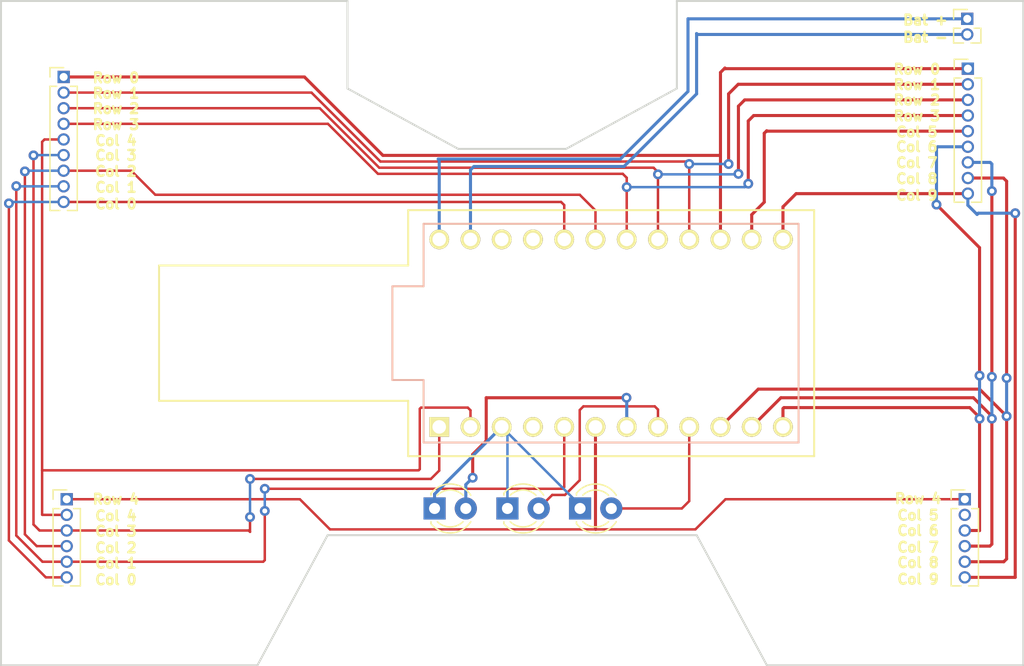
<source format=kicad_pcb>
(kicad_pcb (version 20211014) (generator pcbnew)
  (layers (0 "F.Cu" signal) (31 "B.Cu" signal) (34 "B.Paste" user) (35 "F.Paste" user) (36 "B.SilkS" user "B.Silkscreen") (37 "F.SilkS" user "F.Silkscreen") (38 "B.Mask" user) (39 "F.Mask" user) (44 "Edge.Cuts" user))
  (net 0 "")
  (footprint "Connector_PinHeader_1.27mm:PinHeader_1x09_P1.27mm_Vertical" (layer "F.Cu") (at 181.75 81.25)
    (fp_text reference "REF**" hide)
    (fp_text value "PinHeader_1x09_P1.27mm_Vertical" hide)
    (fp_line (start -1.11 0.76) (end -0.563471 0.76) (layer "F.SilkS") (width 0.12))
    (fp_line (start 1.11 0.76) (end 1.11 10.855) (layer "F.SilkS") (width 0.12))
    (fp_line (start -1.11 10.855) (end -0.30753 10.855) (layer "F.SilkS") (width 0.12))
    (fp_line (start 0.563471 0.76) (end 1.11 0.76) (layer "F.SilkS") (width 0.12))
    (fp_line (start -1.11 -0.76) (end 0 -0.76) (layer "F.SilkS") (width 0.12))
    (fp_line (start 0.30753 10.855) (end 1.11 10.855) (layer "F.SilkS") (width 0.12))
    (fp_line (start -1.11 0.76) (end -1.11 10.855) (layer "F.SilkS") (width 0.12))
    (fp_line (start -1.11 0) (end -1.11 -0.76) (layer "F.SilkS") (width 0.12))
    (pad "1" thru_hole rect (at 0 0) (size 1 1) (drill 0.65) (layers *.Cu *.Mask))
    (pad "2" thru_hole oval (at 0 1.27) (size 1 1) (drill 0.65) (layers *.Cu *.Mask))
    (pad "3" thru_hole oval (at 0 2.54) (size 1 1) (drill 0.65) (layers *.Cu *.Mask))
    (pad "4" thru_hole oval (at 0 3.81) (size 1 1) (drill 0.65) (layers *.Cu *.Mask))
    (pad "5" thru_hole oval (at 0 5.08) (size 1 1) (drill 0.65) (layers *.Cu *.Mask))
    (pad "6" thru_hole oval (at 0 6.35) (size 1 1) (drill 0.65) (layers *.Cu *.Mask))
    (pad "7" thru_hole oval (at 0 7.62) (size 1 1) (drill 0.65) (layers *.Cu *.Mask))
    (pad "8" thru_hole oval (at 0 8.89) (size 1 1) (drill 0.65) (layers *.Cu *.Mask))
    (pad "9" thru_hole oval (at 0 10.16) (size 1 1) (drill 0.65) (layers *.Cu *.Mask))
  )
  (footprint "SW_KEYBOARD:ProMicro" (layer "F.Cu") (at 152.75 102.75)
    (fp_text reference "REF**" hide)
    (fp_text value "ProMicro" hide)
    (fp_line (start 15.24 8.89) (end -15.24 8.89) (layer "B.SilkS") (width 0.15))
    (fp_line (start -15.24 8.89) (end -15.24 3.81) (layer "B.SilkS") (width 0.15))
    (fp_line (start 15.24 -8.89) (end 15.24 8.89) (layer "B.SilkS") (width 0.15))
    (fp_line (start -15.24 -3.81) (end -15.24 -8.89) (layer "B.SilkS") (width 0.15))
    (fp_line (start -15.24 3.81) (end -17.78 3.81) (layer "B.SilkS") (width 0.15))
    (fp_line (start -17.78 -3.81) (end -15.24 -3.81) (layer "B.SilkS") (width 0.15))
    (fp_line (start -17.78 3.81) (end -17.78 -3.81) (layer "B.SilkS") (width 0.15))
    (fp_line (start -15.24 -8.89) (end 15.24 -8.89) (layer "B.SilkS") (width 0.15))
    (fp_line (start 15.24 -8.89) (end 15.24 8.89) (layer "F.SilkS") (width 0.15))
    (fp_line (start -15.24 -8.89) (end 15.24 -8.89) (layer "F.SilkS") (width 0.15))
    (fp_line (start -15.24 8.89) (end 15.24 8.89) (layer "F.SilkS") (width 0.15))
    (fp_line (start -15.24 3.81) (end -17.78 3.81) (layer "F.SilkS") (width 0.15))
    (fp_line (start -15.24 -3.81) (end -15.24 -8.89) (layer "F.SilkS") (width 0.15))
    (fp_line (start -17.78 -3.81) (end -15.24 -3.81) (layer "F.SilkS") (width 0.15))
    (fp_line (start -15.24 8.89) (end -15.24 3.81) (layer "F.SilkS") (width 0.15))
    (fp_line (start -17.78 3.81) (end -17.78 -3.81) (layer "F.SilkS") (width 0.15))
    (pad "1" thru_hole rect locked (at -13.97 7.62) (size 1.6 1.6) (drill 1.1) (layers *.Cu *.Mask "F.SilkS"))
    (pad "2" thru_hole circle locked (at -11.43 7.62) (size 1.6 1.6) (drill 1.1) (layers *.Cu *.Mask "F.SilkS"))
    (pad "3" thru_hole circle locked (at -8.89 7.62) (size 1.6 1.6) (drill 1.1) (layers *.Cu *.Mask "F.SilkS"))
    (pad "4" thru_hole circle locked (at -6.35 7.62) (size 1.6 1.6) (drill 1.1) (layers *.Cu *.Mask "F.SilkS"))
    (pad "5" thru_hole circle locked (at -3.81 7.62) (size 1.6 1.6) (drill 1.1) (layers *.Cu *.Mask "F.SilkS"))
    (pad "6" thru_hole circle locked (at -1.27 7.62) (size 1.6 1.6) (drill 1.1) (layers *.Cu *.Mask "F.SilkS"))
    (pad "7" thru_hole circle locked (at 1.27 7.62) (size 1.6 1.6) (drill 1.1) (layers *.Cu *.Mask "F.SilkS"))
    (pad "8" thru_hole circle locked (at 3.81 7.62) (size 1.6 1.6) (drill 1.1) (layers *.Cu *.Mask "F.SilkS"))
    (pad "9" thru_hole circle locked (at 6.35 7.62) (size 1.6 1.6) (drill 1.1) (layers *.Cu *.Mask "F.SilkS"))
    (pad "10" thru_hole circle locked (at 8.89 7.62) (size 1.6 1.6) (drill 1.1) (layers *.Cu *.Mask "F.SilkS"))
    (pad "11" thru_hole circle locked (at 11.43 7.62) (size 1.6 1.6) (drill 1.1) (layers *.Cu *.Mask "F.SilkS"))
    (pad "12" thru_hole circle locked (at 13.97 7.62) (size 1.6 1.6) (drill 1.1) (layers *.Cu *.Mask "F.SilkS"))
    (pad "13" thru_hole circle locked (at 13.97 -7.62) (size 1.6 1.6) (drill 1.1) (layers *.Cu *.Mask "F.SilkS"))
    (pad "14" thru_hole circle locked (at 11.43 -7.62) (size 1.6 1.6) (drill 1.1) (layers *.Cu *.Mask "F.SilkS"))
    (pad "15" thru_hole circle locked (at 8.89 -7.62) (size 1.6 1.6) (drill 1.1) (layers *.Cu *.Mask "F.SilkS"))
    (pad "16" thru_hole circle locked (at 6.35 -7.62) (size 1.6 1.6) (drill 1.1) (layers *.Cu *.Mask "F.SilkS"))
    (pad "17" thru_hole circle locked (at 3.81 -7.62) (size 1.6 1.6) (drill 1.1) (layers *.Cu *.Mask "F.SilkS"))
    (pad "18" thru_hole circle locked (at 1.27 -7.62) (size 1.6 1.6) (drill 1.1) (layers *.Cu *.Mask "F.SilkS"))
    (pad "19" thru_hole circle locked (at -1.27 -7.62) (size 1.6 1.6) (drill 1.1) (layers *.Cu *.Mask "F.SilkS"))
    (pad "20" thru_hole circle locked (at -3.81 -7.62) (size 1.6 1.6) (drill 1.1) (layers *.Cu *.Mask "F.SilkS"))
    (pad "21" thru_hole circle locked (at -6.35 -7.62) (size 1.6 1.6) (drill 1.1) (layers *.Cu *.Mask "F.SilkS"))
    (pad "22" thru_hole circle locked (at -8.89 -7.62) (size 1.6 1.6) (drill 1.1) (layers *.Cu *.Mask "F.SilkS"))
    (pad "23" thru_hole circle locked (at -11.43 -7.62) (size 1.6 1.6) (drill 1.1) (layers *.Cu *.Mask "F.SilkS"))
    (pad "24" thru_hole circle locked (at -13.97 -7.62) (size 1.6 1.6) (drill 1.1) (layers *.Cu *.Mask "F.SilkS"))
  )
  (footprint "LED_THT:LED_D3.0mm" (layer "F.Cu") (at 138.4 117)
    (fp_text reference "REF**" hide)
    (fp_text value "LED_D3.0mm" hide)
    (fp_line (start -0.29 1.08) (end -0.29 1.236) (layer "F.SilkS") (width 0.12))
    (fp_line (start -0.29 -1.236) (end -0.29 -1.08) (layer "F.SilkS") (width 0.12))
    (fp_arc (start 2.942335 1.078608) (mid 1.366487 1.987659) (end -0.29 1.235516) (layer "F.SilkS") (width 0.12))
    (fp_arc (start 2.31113 1.079837) (mid 1.270117 1.5) (end 0.229039 1.08) (layer "F.SilkS") (width 0.12))
    (fp_arc (start 0.229039 -1.08) (mid 1.270117 -1.5) (end 2.31113 -1.079837) (layer "F.SilkS") (width 0.12))
    (fp_arc (start -0.29 -1.235516) (mid 1.366487 -1.987659) (end 2.942335 -1.078608) (layer "F.SilkS") (width 0.12))
    (pad "1" thru_hole rect (at 0 0) (size 1.8 1.8) (drill 0.9) (layers *.Cu *.Mask))
    (pad "2" thru_hole circle (at 2.54 0) (size 1.8 1.8) (drill 0.9) (layers *.Cu *.Mask))
  )
  (footprint "Connector_PinHeader_1.27mm:PinHeader_1x06_P1.27mm_Vertical" (layer "F.Cu") (at 181.5 116.25)
    (fp_text reference "REF**" hide)
    (fp_text value "PinHeader_1x06_P1.27mm_Vertical" hide)
    (fp_line (start 1.11 0.76) (end 1.11 7.045) (layer "F.SilkS") (width 0.12))
    (fp_line (start -1.11 0) (end -1.11 -0.76) (layer "F.SilkS") (width 0.12))
    (fp_line (start -1.11 0.76) (end -0.563471 0.76) (layer "F.SilkS") (width 0.12))
    (fp_line (start -1.11 0.76) (end -1.11 7.045) (layer "F.SilkS") (width 0.12))
    (fp_line (start 0.30753 7.045) (end 1.11 7.045) (layer "F.SilkS") (width 0.12))
    (fp_line (start 0.563471 0.76) (end 1.11 0.76) (layer "F.SilkS") (width 0.12))
    (fp_line (start -1.11 -0.76) (end 0 -0.76) (layer "F.SilkS") (width 0.12))
    (fp_line (start -1.11 7.045) (end -0.30753 7.045) (layer "F.SilkS") (width 0.12))
    (pad "1" thru_hole rect (at 0 0) (size 1 1) (drill 0.65) (layers *.Cu *.Mask))
    (pad "2" thru_hole oval (at 0 1.27) (size 1 1) (drill 0.65) (layers *.Cu *.Mask))
    (pad "3" thru_hole oval (at 0 2.54) (size 1 1) (drill 0.65) (layers *.Cu *.Mask))
    (pad "4" thru_hole oval (at 0 3.81) (size 1 1) (drill 0.65) (layers *.Cu *.Mask))
    (pad "5" thru_hole oval (at 0 5.08) (size 1 1) (drill 0.65) (layers *.Cu *.Mask))
    (pad "6" thru_hole oval (at 0 6.35) (size 1 1) (drill 0.65) (layers *.Cu *.Mask))
  )
  (footprint "Connector_PinHeader_1.27mm:PinHeader_1x06_P1.27mm_Vertical" (layer "F.Cu") (at 108.5 116.25)
    (fp_text reference "REF**" hide)
    (fp_text value "PinHeader_1x06_P1.27mm_Vertical" hide)
    (fp_line (start 1.11 0.76) (end 1.11 7.045) (layer "F.SilkS") (width 0.12))
    (fp_line (start -1.11 0) (end -1.11 -0.76) (layer "F.SilkS") (width 0.12))
    (fp_line (start -1.11 0.76) (end -0.563471 0.76) (layer "F.SilkS") (width 0.12))
    (fp_line (start -1.11 0.76) (end -1.11 7.045) (layer "F.SilkS") (width 0.12))
    (fp_line (start 0.30753 7.045) (end 1.11 7.045) (layer "F.SilkS") (width 0.12))
    (fp_line (start 0.563471 0.76) (end 1.11 0.76) (layer "F.SilkS") (width 0.12))
    (fp_line (start -1.11 -0.76) (end 0 -0.76) (layer "F.SilkS") (width 0.12))
    (fp_line (start -1.11 7.045) (end -0.30753 7.045) (layer "F.SilkS") (width 0.12))
    (pad "1" thru_hole rect (at 0 0) (size 1 1) (drill 0.65) (layers *.Cu *.Mask))
    (pad "2" thru_hole oval (at 0 1.27) (size 1 1) (drill 0.65) (layers *.Cu *.Mask))
    (pad "3" thru_hole oval (at 0 2.54) (size 1 1) (drill 0.65) (layers *.Cu *.Mask))
    (pad "4" thru_hole oval (at 0 3.81) (size 1 1) (drill 0.65) (layers *.Cu *.Mask))
    (pad "5" thru_hole oval (at 0 5.08) (size 1 1) (drill 0.65) (layers *.Cu *.Mask))
    (pad "6" thru_hole oval (at 0 6.35) (size 1 1) (drill 0.65) (layers *.Cu *.Mask))
  )
  (footprint "Connector_PinHeader_1.27mm:PinHeader_1x02_P1.27mm_Vertical" (layer "F.Cu") (at 181.7 77.2)
    (fp_text reference "REF**" hide)
    (fp_text value "PinHeader_1x02_P1.27mm_Vertical" hide)
    (fp_line (start -1.11 1.965) (end -0.30753 1.965) (layer "F.SilkS") (width 0.12))
    (fp_line (start -1.11 0) (end -1.11 -0.76) (layer "F.SilkS") (width 0.12))
    (fp_line (start -1.11 0.76) (end -1.11 1.965) (layer "F.SilkS") (width 0.12))
    (fp_line (start -1.11 0.76) (end -0.563471 0.76) (layer "F.SilkS") (width 0.12))
    (fp_line (start 1.11 0.76) (end 1.11 1.965) (layer "F.SilkS") (width 0.12))
    (fp_line (start 0.30753 1.965) (end 1.11 1.965) (layer "F.SilkS") (width 0.12))
    (fp_line (start 0.563471 0.76) (end 1.11 0.76) (layer "F.SilkS") (width 0.12))
    (fp_line (start -1.11 -0.76) (end 0 -0.76) (layer "F.SilkS") (width 0.12))
    (pad "1" thru_hole rect (at 0 0) (size 1 1) (drill 0.65) (layers *.Cu *.Mask))
    (pad "2" thru_hole oval (at 0 1.27) (size 1 1) (drill 0.65) (layers *.Cu *.Mask))
  )
  (footprint "LED_THT:LED_D3.0mm" (layer "F.Cu") (at 150.225 117)
    (fp_text reference "REF**" hide)
    (fp_text value "LED_D3.0mm" hide)
    (fp_line (start -0.29 1.08) (end -0.29 1.236) (layer "F.SilkS") (width 0.12))
    (fp_line (start -0.29 -1.236) (end -0.29 -1.08) (layer "F.SilkS") (width 0.12))
    (fp_arc (start 2.942335 1.078608) (mid 1.366487 1.987659) (end -0.29 1.235516) (layer "F.SilkS") (width 0.12))
    (fp_arc (start 2.31113 1.079837) (mid 1.270117 1.5) (end 0.229039 1.08) (layer "F.SilkS") (width 0.12))
    (fp_arc (start 0.229039 -1.08) (mid 1.270117 -1.5) (end 2.31113 -1.079837) (layer "F.SilkS") (width 0.12))
    (fp_arc (start -0.29 -1.235516) (mid 1.366487 -1.987659) (end 2.942335 -1.078608) (layer "F.SilkS") (width 0.12))
    (pad "1" thru_hole rect (at 0 0) (size 1.8 1.8) (drill 0.9) (layers *.Cu *.Mask))
    (pad "2" thru_hole circle (at 2.54 0) (size 1.8 1.8) (drill 0.9) (layers *.Cu *.Mask))
  )
  (footprint "LED_THT:LED_D3.0mm" (layer "F.Cu") (at 144.325 117)
    (fp_text reference "REF**" hide)
    (fp_text value "LED_D3.0mm" hide)
    (fp_line (start -0.29 1.08) (end -0.29 1.236) (layer "F.SilkS") (width 0.12))
    (fp_line (start -0.29 -1.236) (end -0.29 -1.08) (layer "F.SilkS") (width 0.12))
    (fp_arc (start 2.942335 1.078608) (mid 1.366487 1.987659) (end -0.29 1.235516) (layer "F.SilkS") (width 0.12))
    (fp_arc (start 2.31113 1.079837) (mid 1.270117 1.5) (end 0.229039 1.08) (layer "F.SilkS") (width 0.12))
    (fp_arc (start 0.229039 -1.08) (mid 1.270117 -1.5) (end 2.31113 -1.079837) (layer "F.SilkS") (width 0.12))
    (fp_arc (start -0.29 -1.235516) (mid 1.366487 -1.987659) (end 2.942335 -1.078608) (layer "F.SilkS") (width 0.12))
    (pad "1" thru_hole rect (at 0 0) (size 1.8 1.8) (drill 0.9) (layers *.Cu *.Mask))
    (pad "2" thru_hole circle (at 2.54 0) (size 1.8 1.8) (drill 0.9) (layers *.Cu *.Mask))
  )
  (footprint "Connector_PinHeader_1.27mm:PinHeader_1x09_P1.27mm_Vertical" (layer "F.Cu") (at 108.25 81.925)
    (fp_text reference "REF**" hide)
    (fp_text value "PinHeader_1x09_P1.27mm_Vertical" hide)
    (fp_line (start -1.11 0.76) (end -0.563471 0.76) (layer "F.SilkS") (width 0.12))
    (fp_line (start 1.11 0.76) (end 1.11 10.855) (layer "F.SilkS") (width 0.12))
    (fp_line (start -1.11 10.855) (end -0.30753 10.855) (layer "F.SilkS") (width 0.12))
    (fp_line (start 0.563471 0.76) (end 1.11 0.76) (layer "F.SilkS") (width 0.12))
    (fp_line (start -1.11 -0.76) (end 0 -0.76) (layer "F.SilkS") (width 0.12))
    (fp_line (start 0.30753 10.855) (end 1.11 10.855) (layer "F.SilkS") (width 0.12))
    (fp_line (start -1.11 0.76) (end -1.11 10.855) (layer "F.SilkS") (width 0.12))
    (fp_line (start -1.11 0) (end -1.11 -0.76) (layer "F.SilkS") (width 0.12))
    (pad "1" thru_hole rect (at 0 0) (size 1 1) (drill 0.65) (layers *.Cu *.Mask))
    (pad "2" thru_hole oval (at 0 1.27) (size 1 1) (drill 0.65) (layers *.Cu *.Mask))
    (pad "3" thru_hole oval (at 0 2.54) (size 1 1) (drill 0.65) (layers *.Cu *.Mask))
    (pad "4" thru_hole oval (at 0 3.81) (size 1 1) (drill 0.65) (layers *.Cu *.Mask))
    (pad "5" thru_hole oval (at 0 5.08) (size 1 1) (drill 0.65) (layers *.Cu *.Mask))
    (pad "6" thru_hole oval (at 0 6.35) (size 1 1) (drill 0.65) (layers *.Cu *.Mask))
    (pad "7" thru_hole oval (at 0 7.62) (size 1 1) (drill 0.65) (layers *.Cu *.Mask))
    (pad "8" thru_hole oval (at 0 8.89) (size 1 1) (drill 0.65) (layers *.Cu *.Mask))
    (pad "9" thru_hole oval (at 0 10.16) (size 1 1) (drill 0.65) (layers *.Cu *.Mask))
  )
  (gr_line (start 136.256793 112.749954) (end 136.256819 108.249557) (layer "F.SilkS") (width 0.16))
  (gr_line (start 116.006847 108.249557) (end 136.256819 108.249557) (layer "F.SilkS") (width 0.16))
  (gr_line (start 169.256793 112.749954) (end 169.256793 92.749954) (layer "F.SilkS") (width 0.16))
  (gr_line (start 169.256793 92.749954) (end 136.256793 92.749954) (layer "F.SilkS") (width 0.16))
  (gr_line (start 116.006847 108.249557) (end 116.006847 97.249557) (layer "F.SilkS") (width 0.16))
  (gr_line (start 136.256793 97.249557) (end 136.256793 92.749954) (layer "F.SilkS") (width 0.16))
  (gr_line (start 136.256793 112.749954) (end 169.256793 112.749954) (layer "F.SilkS") (width 0.16))
  (gr_line (start 116.006847 97.249557) (end 136.256793 97.249557) (layer "F.SilkS") (width 0.16))
  (gr_line (start 165.413154 129.749123) (end 159.706847 119.170876) (layer "Edge.Cuts") (width 0.16))
  (gr_line (start 140.319497 87.770876) (end 149.094197 87.770876) (layer "Edge.Cuts") (width 0.16))
  (gr_line (start 158.093791 82.859279) (end 158.093791 75.749123) (layer "Edge.Cuts") (width 0.16))
  (gr_line (start 129.706847 119.170876) (end 124.00054 129.749123) (layer "Edge.Cuts") (width 0.16))
  (gr_line (start 124.00054 129.749123) (end 103.156847 129.749123) (layer "Edge.Cuts") (width 0.16))
  (gr_line (start 131.319903 75.749123) (end 103.156847 75.749123) (layer "Edge.Cuts") (width 0.16))
  (gr_line (start 131.319903 82.859279) (end 140.319497 87.770876) (layer "Edge.Cuts") (width 0.16))
  (gr_line (start 186.256847 129.749123) (end 165.413154 129.749123) (layer "Edge.Cuts") (width 0.16))
  (gr_line (start 158.093791 75.749123) (end 186.256847 75.749123) (layer "Edge.Cuts") (width 0.16))
  (gr_line (start 186.256847 75.749123) (end 186.256847 129.749123) (layer "Edge.Cuts") (width 0.16))
  (gr_line (start 149.094197 87.770876) (end 158.093791 82.859279) (layer "Edge.Cuts") (width 0.16))
  (gr_line (start 159.706847 119.170876) (end 129.706847 119.170876) (layer "Edge.Cuts") (width 0.16))
  (gr_line (start 131.319903 82.859279) (end 131.319903 75.749123) (layer "Edge.Cuts") (width 0.16))
  (gr_line (start 103.156847 129.749123) (end 103.156847 75.749123) (layer "Edge.Cuts") (width 0.16))
  (gr_text "Col 1" (at 112.5 121.45) (layer "F.SilkS") (effects (font (size 0.8 0.8) (thickness 0.2))))
  (gr_text "Col 4\n" (at 112.5 87.1) (layer "F.SilkS") (effects (font (size 0.8 0.8) (thickness 0.2))))
  (gr_text "Col 4" (at 112.5 117.6) (layer "F.SilkS") (effects (font (size 0.8 0.8) (thickness 0.2))))
  (gr_text "Row 2" (at 177.6 83.8) (layer "F.SilkS") (effects (font (size 0.8 0.8) (thickness 0.2))))
  (gr_text "Col 2" (at 112.5 89.6) (layer "F.SilkS") (effects (font (size 0.8 0.8) (thickness 0.2))))
  (gr_text "Col 8" (at 177.6 90.2) (layer "F.SilkS") (effects (font (size 0.8 0.8) (thickness 0.2))))
  (gr_text "Row 1" (at 177.6 82.55) (layer "F.SilkS") (effects (font (size 0.8 0.8) (thickness 0.2))))
  (gr_text "Row 2" (at 112.5 84.5) (layer "F.SilkS") (effects (font (size 0.8 0.8) (thickness 0.2))))
  (gr_text "Row 3" (at 177.6 85.1) (layer "F.SilkS") (effects (font (size 0.8 0.8) (thickness 0.2))))
  (gr_text "Row 0" (at 112.5 82) (layer "F.SilkS") (effects (font (size 0.8 0.8) (thickness 0.2))))
  (gr_text "Row 4" (at 112.5 116.25) (layer "F.SilkS") (effects (font (size 0.8 0.8) (thickness 0.2))))
  (gr_text "Col 3" (at 112.5 88.3) (layer "F.SilkS") (effects (font (size 0.8 0.8) (thickness 0.2))))
  (gr_text "Row 0" (at 177.6 81.3) (layer "F.SilkS") (effects (font (size 0.8 0.8) (thickness 0.2))))
  (gr_text "Col 7" (at 177.7 120.15) (layer "F.SilkS") (effects (font (size 0.8 0.8) (thickness 0.2))))
  (gr_text "Col 5\n" (at 177.6 86.4) (layer "F.SilkS") (effects (font (size 0.8 0.8) (thickness 0.2))))
  (gr_text "Col 0" (at 112.5 122.8) (layer "F.SilkS") (effects (font (size 0.8 0.8) (thickness 0.2))))
  (gr_text "Col 6" (at 177.7 118.8) (layer "F.SilkS") (effects (font (size 0.8 0.8) (thickness 0.2))))
  (gr_text "Col 7" (at 177.6 88.9) (layer "F.SilkS") (effects (font (size 0.8 0.8) (thickness 0.2))))
  (gr_text "Row 3" (at 112.5 85.8) (layer "F.SilkS") (effects (font (size 0.8 0.8) (thickness 0.2))))
  (gr_text "Col 1" (at 112.5 90.9) (layer "F.SilkS") (effects (font (size 0.8 0.8) (thickness 0.2))))
  (gr_text "Col 8" (at 177.7 121.4) (layer "F.SilkS") (effects (font (size 0.8 0.8) (thickness 0.2))))
  (gr_text "Bat +" (at 178.3 77.3) (layer "F.SilkS") (effects (font (size 0.8 0.8) (thickness 0.2))))
  (gr_text "Col 5" (at 177.7 117.55) (layer "F.SilkS") (effects (font (size 0.8 0.8) (thickness 0.2))))
  (gr_text "Bat -" (at 178.3 78.7) (layer "F.SilkS") (effects (font (size 0.8 0.8) (thickness 0.2))))
  (gr_text "Row 1" (at 112.5 83.25) (layer "F.SilkS") (effects (font (size 0.8 0.8) (thickness 0.2))))
  (gr_text "Col 0" (at 112.5 92.25) (layer "F.SilkS") (effects (font (size 0.8 0.8) (thickness 0.2))))
  (gr_text "Col 6" (at 177.6 87.6) (layer "F.SilkS") (effects (font (size 0.8 0.8) (thickness 0.2))))
  (gr_text "Col 9" (at 177.6 91.55) (layer "F.SilkS") (effects (font (size 0.8 0.8) (thickness 0.2))))
  (gr_text "Col 9" (at 177.7 122.75) (layer "F.SilkS") (effects (font (size 0.8 0.8) (thickness 0.2))))
  (gr_text "Row 4" (at 177.7 116.2) (layer "F.SilkS") (effects (font (size 0.8 0.8) (thickness 0.2))))
  (gr_text "Col 3" (at 112.5 118.85) (layer "F.SilkS") (effects (font (size 0.8 0.8) (thickness 0.2))))
  (gr_text "Col 2" (at 112.5 120.2) (layer "F.SilkS") (effects (font (size 0.8 0.8) (thickness 0.2))))
  (segment (start 106.53 121.33) (end 104.5 119.3) (width 0.2) (layer "F.Cu") (net 0))
  (segment (start 127.825 81.925) (end 108.25 81.925) (width 0.25) (layer "F.Cu") (net 0))
  (segment (start 108.5 117.52) (end 106.52 117.52) (width 0.2) (layer "F.Cu") (net 0))
  (segment (start 141.1 108.8) (end 141.32 109.02) (width 0.2) (layer "F.Cu") (net 0))
  (segment (start 150.2 109) (end 150.5 108.7) (width 0.2) (layer "F.Cu") (net 0))
  (segment (start 108.5 121.33) (end 106.53 121.33) (width 0.2) (layer "F.Cu") (net 0))
  (segment (start 141.32 109.02) (end 141.32 110.37) (width 0.2) (layer "F.Cu") (net 0))
  (segment (start 150.2 91.5) (end 151.48 92.78) (width 0.2) (layer "F.Cu") (net 0))
  (segment (start 106.29 118.79) (end 106.2 118.7) (width 0.2) (layer "F.Cu") (net 0))
  (segment (start 181.75 82.52) (end 163.08 82.52) (width 0.25) (layer "F.Cu") (net 0))
  (segment (start 183.7 109.5) (end 183.7 109.7) (width 0.25) (layer "F.Cu") (net 0))
  (segment (start 183.7 119.9) (end 183.54 120.06) (width 0.25) (layer "F.Cu") (net 0))
  (segment (start 182.69 118.79) (end 182.7 118.8) (width 0.25) (layer "F.Cu") (net 0))
  (segment (start 134.2 88.3) (end 127.825 81.925) (width 0.25) (layer "F.Cu") (net 0))
  (segment (start 137.1 113.9) (end 137.2 113.8) (width 0.2) (layer "F.Cu") (net 0))
  (segment (start 166.72 92.48) (end 166.72 95.13) (width 0.25) (layer "F.Cu") (net 0))
  (segment (start 164.34 85.06) (end 163.9 85.5) (width 0.25) (layer "F.Cu") (net 0))
  (segment (start 148.8 115.4) (end 148.94 115.26) (width 0.2) (layer "F.Cu") (net 0))
  (segment (start 181.75 81.25) (end 162.05 81.25) (width 0.25) (layer "F.Cu") (net 0))
  (segment (start 184.9 109.5) (end 184.9 121.1) (width 0.25) (layer "F.Cu") (net 0))
  (segment (start 161.64 88.34) (end 161.6 88.3) (width 0.25) (layer "F.Cu") (net 0))
  (segment (start 137.3 108.8) (end 141.1 108.8) (width 0.2) (layer "F.Cu") (net 0))
  (segment (start 148.685 92.085) (end 148.94 92.34) (width 0.2) (layer "F.Cu") (net 0))
  (segment (start 162.05 81.25) (end 162 81.2) (width 0.25) (layer "F.Cu") (net 0))
  (segment (start 129.065 84.465) (end 133.9 89.3) (width 0.2) (layer "F.Cu") (net 0))
  (segment (start 105.4 119.4) (end 105.1 119.1) (width 0.2) (layer "F.Cu") (net 0))
  (segment (start 104.5 119.3) (end 104.4 119.2) (width 0.2) (layer "F.Cu") (net 0))
  (segment (start 106.8 122.6) (end 103.8 119.6) (width 0.2) (layer "F.Cu") (net 0))
  (segment (start 165.43 86.33) (end 165.4 86.3) (width 0.25) (layer "F.Cu") (net 0))
  (segment (start 162.3 83.3) (end 162.3 89) (width 0.25) (layer "F.Cu") (net 0))
  (segment (start 108.25 85.735) (end 129.735 85.735) (width 0.2) (layer "F.Cu") (net 0))
  (segment (start 148.94 92.34) (end 148.94 95.13) (width 0.2) (layer "F.Cu") (net 0))
  (segment (start 138.1 114.6) (end 138.78 113.92) (width 0.2) (layer "F.Cu") (net 0))
  (segment (start 137.2 113.8) (end 137.2 108.9) (width 0.2) (layer "F.Cu") (net 0))
  (segment (start 167.79 91.41) (end 166.72 92.48) (width 0.25) (layer "F.Cu") (net 0))
  (segment (start 123.29 118.79) (end 123.4 118.9) (width 0.2) (layer "F.Cu") (net 0))
  (segment (start 161.64 110.37) (end 164.71 107.3) (width 0.25) (layer "F.Cu") (net 0))
  (segment (start 184.9 121.1) (end 184.67 121.33) (width 0.25) (layer "F.Cu") (net 0))
  (segment (start 129.735 85.735) (end 133.8 89.8) (width 0.2) (layer "F.Cu") (net 0))
  (segment (start 181.5 118.79) (end 182.69 118.79) (width 0.25) (layer "F.Cu") (net 0))
  (segment (start 166.72 108.88) (end 166.72 110.37) (width 0.25) (layer "F.Cu") (net 0))
  (segment (start 182.7 106.2) (end 182.7 95.8) (width 0.25) (layer "F.Cu") (net 0))
  (segment (start 182.7 95.8) (end 179.2 92.3) (width 0.25) (layer "F.Cu") (net 0))
  (segment (start 127.45 116.25) (end 129.9 118.7) (width 0.2) (layer "F.Cu") (net 0))
  (segment (start 106.52 117.52) (end 106.5 117.5) (width 0.2) (layer "F.Cu") (net 0))
  (segment (start 182.7 118.8) (end 182.7 109.7) (width 0.25) (layer "F.Cu") (net 0))
  (segment (start 166.55 108) (end 182.2 108) (width 0.25) (layer "F.Cu") (net 0))
  (segment (start 159.1 89) (end 159.1 95.13) (width 0.2) (layer "F.Cu") (net 0))
  (segment (start 113.745 89.545) (end 115.7 91.5) (width 0.2) (layer "F.Cu") (net 0))
  (segment (start 138.78 113.92) (end 138.78 110.37) (width 0.2) (layer "F.Cu") (net 0))
  (segment (start 124.6 115.4) (end 148.8 115.4) (width 0.2) (layer "F.Cu") (net 0))
  (segment (start 108.5 122.6) (end 106.8 122.6) (width 0.2) (layer "F.Cu") (net 0))
  (segment (start 106.06 120.06) (end 105.4 119.4) (width 0.2) (layer "F.Cu") (net 0))
  (segment (start 163.1 84.3) (end 163.1 89.8) (width 0.25) (layer "F.Cu") (net 0))
  (segment (start 133.9 89.3) (end 156.2 89.3) (width 0.2) (layer "F.Cu") (net 0))
  (segment (start 134 88.8) (end 158.9 88.8) (width 0.2) (layer "F.Cu") (net 0))
  (segment (start 164.71 107.3) (end 182.7 107.3) (width 0.25) (layer "F.Cu") (net 0))
  (segment (start 104.4 119.2) (end 104.4 90.8) (width 0.2) (layer "F.Cu") (net 0))
  (segment (start 182.7 109.6) (end 181.9 108.8) (width 0.25) (layer "F.Cu") (net 0))
  (segment (start 141.5 114.5) (end 141.5 112.6) (width 0.25) (layer "F.Cu") (net 0))
  (segment (start 133.8 89.8) (end 153.7 89.8) (width 0.2) (layer "F.Cu") (net 0))
  (segment (start 165.2 86.5) (end 165.2 92.1) (width 0.25) (layer "F.Cu") (net 0))
  (segment (start 154.02 90.88) (end 154.02 95.13) (width 0.2) (layer "F.Cu") (net 0))
  (segment (start 150.2 114.7) (end 150.2 109) (width 0.2) (layer "F.Cu") (net 0))
  (segment (start 129.9 118.7) (end 151.5 118.7) (width 0.2) (layer "F.Cu") (net 0))
  (segment (start 108.5 116.25) (end 127.45 116.25) (width 0.2) (layer "F.Cu") (net 0))
  (segment (start 106.5 117.5) (end 106.5 113.9) (width 0.2) (layer "F.Cu") (net 0))
  (segment (start 108.25 89.545) (end 113.745 89.545) (width 0.2) (layer "F.Cu") (net 0))
  (segment (start 137.2 108.9) (end 137.3 108.8) (width 0.2) (layer "F.Cu") (net 0))
  (segment (start 182.7 109.7) (end 182.7 109.6) (width 0.25) (layer "F.Cu") (net 0))
  (segment (start 162.05 116.25) (end 181.5 116.25) (width 0.2) (layer "F.Cu") (net 0))
  (segment (start 151.48 118.68) (end 151.5 118.7) (width 0.25) (layer "F.Cu") (net 0))
  (segment (start 123.4 114.6) (end 138.1 114.6) (width 0.2) (layer "F.Cu") (net 0))
  (segment (start 158.5 117) (end 159.1 116.4) (width 0.2) (layer "F.Cu") (net 0))
  (segment (start 184.67 121.33) (end 181.5 121.33) (width 0.25) (layer "F.Cu") (net 0))
  (segment (start 106.5 87.2) (end 106.695 87.005) (width 0.2) (layer "F.Cu") (net 0))
  (segment (start 181.75 86.33) (end 165.43 86.33) (width 0.25) (layer "F.Cu") (net 0))
  (segment (start 154.02 90.12) (end 154.02 90.88) (width 0.2) (layer "F.Cu") (net 0))
  (segment (start 181.75 85.06) (end 164.34 85.06) (width 0.25) (layer "F.Cu") (net 0))
  (segment (start 165.2 92.1) (end 164.18 93.12) (width 0.25) (layer "F.Cu") (net 0))
  (segment (start 141.5 112.6) (end 142.6 111.5) (width 0.25) (layer "F.Cu") (net 0))
  (segment (start 153.7 89.8) (end 154.02 90.12) (width 0.2) (layer "F.Cu") (net 0))
  (segment (start 115.7 91.5) (end 150.2 91.5) (width 0.2) (layer "F.Cu") (net 0))
  (segment (start 106.695 87.005) (end 108.25 87.005) (width 0.2) (layer "F.Cu") (net 0))
  (segment (start 142.6 108) (end 154 108) (width 0.25) (layer "F.Cu") (net 0))
  (segment (start 163.61 83.79) (end 163.1 84.3) (width 0.25) (layer "F.Cu") (net 0))
  (segment (start 184.64 90.14) (end 181.75 90.14) (width 0.25) (layer "F.Cu") (net 0))
  (segment (start 156.56 108.96) (end 156.56 110.37) (width 0.2) (layer "F.Cu") (net 0))
  (segment (start 108.5 120.06) (end 106.06 120.06) (width 0.2) (layer "F.Cu") (net 0))
  (segment (start 108.25 83.195) (end 128.395 83.195) (width 0.2) (layer "F.Cu") (net 0))
  (segment (start 108.5 121.33) (end 124.47 121.33) (width 0.2) (layer "F.Cu") (net 0))
  (segment (start 183.54 120.06) (end 181.5 120.06) (width 0.25) (layer "F.Cu") (net 0))
  (segment (start 150.5 108.7) (end 156.3 108.7) (width 0.2) (layer "F.Cu") (net 0))
  (segment (start 182.2 108) (end 183.7 109.5) (width 0.25) (layer "F.Cu") (net 0))
  (segment (start 148.94 115.26) (end 148.94 110.37) (width 0.2) (layer "F.Cu") (net 0))
  (segment (start 184.9 90.4) (end 184.64 90.14) (width 0.25) (layer "F.Cu") (net 0))
  (segment (start 149 115.9) (end 150.2 114.7) (width 0.2) (layer "F.Cu") (net 0))
  (segment (start 159.6 118.7) (end 162.05 116.25) (width 0.2) (layer "F.Cu") (net 0))
  (segment (start 108.5 118.79) (end 123.29 118.79) (width 0.2) (layer "F.Cu") (net 0))
  (segment (start 184.9 106.4) (end 184.9 90.4) (width 0.25) (layer "F.Cu") (net 0))
  (segment (start 106.2 118.7) (end 105.8 118.3) (width 0.2) (layer "F.Cu") (net 0))
  (segment (start 103.8 119.6) (end 103.8 92.2) (width 0.2) (layer "F.Cu") (net 0))
  (segment (start 183.7 106.3) (end 183.7 91.2) (width 0.25) (layer "F.Cu") (net 0))
  (segment (start 105.8 118.3) (end 105.8 88.3) (width 0.2) (layer "F.Cu") (net 0))
  (segment (start 152.765 117) (end 158.5 117) (width 0.2) (layer "F.Cu") (net 0))
  (segment (start 159.1 116.4) (end 159.1 110.37) (width 0.2) (layer "F.Cu") (net 0))
  (segment (start 156.3 108.7) (end 156.56 108.96) (width 0.2) (layer "F.Cu") (net 0))
  (segment (start 128.395 83.195) (end 134 88.8) (width 0.2) (layer "F.Cu") (net 0))
  (segment (start 181.5 122.6) (end 185.6 122.6) (width 0.25) (layer "F.Cu") (net 0))
  (segment (start 156.56 89.84) (end 156.56 95.13) (width 0.2) (layer "F.Cu") (net 0))
  (segment (start 156.56 89.66) (end 156.56 89.84) (width 0.2) (layer "F.Cu") (net 0))
  (segment (start 105.1 119.1) (end 105.1 89.6) (width 0.2) (layer "F.Cu") (net 0))
  (segment (start 163.9 85.5) (end 163.9 90.6) (width 0.25) (layer "F.Cu") (net 0))
  (segment (start 161.64 81.56) (end 161.64 88.34) (width 0.25) (layer "F.Cu") (net 0))
  (segment (start 123.4 118.9) (end 123.4 117.7) (width 0.2) (layer "F.Cu") (net 0))
  (segment (start 142.6 111.5) (end 142.6 108) (width 0.25) (layer "F.Cu") (net 0))
  (segment (start 183.7 109.7) (end 183.7 119.9) (width 0.25) (layer "F.Cu") (net 0))
  (segment (start 166.8 108.8) (end 166.72 108.88) (width 0.25) (layer "F.Cu") (net 0))
  (segment (start 108.5 118.79) (end 106.29 118.79) (width 0.2) (layer "F.Cu") (net 0))
  (segment (start 164.18 110.37) (end 166.55 108) (width 0.25) (layer "F.Cu") (net 0))
  (segment (start 108.25 84.465) (end 129.065 84.465) (width 0.2) (layer "F.Cu") (net 0))
  (segment (start 182.7 107.3) (end 184.9 109.5) (width 0.25) (layer "F.Cu") (net 0))
  (segment (start 162 81.2) (end 161.64 81.56) (width 0.25) (layer "F.Cu") (net 0))
  (segment (start 147.965 115.9) (end 149 115.9) (width 0.2) (layer "F.Cu") (net 0))
  (segment (start 181.75 83.79) (end 163.61 83.79) (width 0.25) (layer "F.Cu") (net 0))
  (segment (start 161.64 95.13) (end 161.64 88.34) (width 0.25) (layer "F.Cu") (net 0))
  (segment (start 164.18 93.12) (end 164.18 95.13) (width 0.25) (layer "F.Cu") (net 0))
  (segment (start 158.9 88.8) (end 159.1 89) (width 0.2) (layer "F.Cu") (net 0))
  (segment (start 165.4 86.3) (end 165.2 86.5) (width 0.25) (layer "F.Cu") (net 0))
  (segment (start 151.48 92.78) (end 151.48 95.13) (width 0.2) (layer "F.Cu") (net 0))
  (segment (start 106.5 113.9) (end 106.5 87.2) (width 0.2) (layer "F.Cu") (net 0))
  (segment (start 181.75 91.41) (end 167.79 91.41) (width 0.25) (layer "F.Cu") (net 0))
  (segment (start 124.47 121.33) (end 124.6 121.2) (width 0.2) (layer "F.Cu") (net 0))
  (segment (start 151.5 118.7) (end 159.6 118.7) (width 0.2) (layer "F.Cu") (net 0))
  (segment (start 151.48 110.37) (end 151.48 118.68) (width 0.25) (layer "F.Cu") (net 0))
  (segment (start 163.08 82.52) (end 162.3 83.3) (width 0.25) (layer "F.Cu") (net 0))
  (segment (start 156.2 89.3) (end 156.56 89.66) (width 0.2) (layer "F.Cu") (net 0))
  (segment (start 106.5 113.9) (end 137.1 113.9) (width 0.2) (layer "F.Cu") (net 0))
  (segment (start 161.6 88.3) (end 134.2 88.3) (width 0.25) (layer "F.Cu") (net 0))
  (segment (start 108.25 92.085) (end 148.685 92.085) (width 0.2) (layer "F.Cu") (net 0))
  (segment (start 124.6 121.2) (end 124.6 117.2) (width 0.2) (layer "F.Cu") (net 0))
  (segment (start 185.6 122.6) (end 185.6 93) (width 0.25) (layer "F.Cu") (net 0))
  (segment (start 181.9 108.8) (end 166.8 108.8) (width 0.25) (layer "F.Cu") (net 0))
  (segment (start 146.865 117) (end 147.965 115.9) (width 0.2) (layer "F.Cu") (net 0))
  (via (at 184.9 109.5) (size 0.8) (drill 0.4) (layers "F.Cu" "B.Cu") (net 0))
  (via (at 103.8 92.2) (size 0.8) (drill 0.4) (layers "F.Cu" "B.Cu") (net 0))
  (via (at 182.7 109.7) (size 0.8) (drill 0.4) (layers "F.Cu" "B.Cu") (net 0))
  (via (at 105.1 89.6) (size 0.8) (drill 0.4) (layers "F.Cu" "B.Cu") (net 0))
  (via (at 163.9 90.6) (size 0.8) (drill 0.4) (layers "F.Cu" "B.Cu") (net 0))
  (via (at 124.6 115.4) (size 0.8) (drill 0.4) (layers "F.Cu" "B.Cu") (net 0))
  (via (at 183.7 106.3) (size 0.8) (drill 0.4) (layers "F.Cu" "B.Cu") (net 0))
  (via (at 123.4 114.6) (size 0.8) (drill 0.4) (layers "F.Cu" "B.Cu") (net 0))
  (via (at 183.7 109.7) (size 0.8) (drill 0.4) (layers "F.Cu" "B.Cu") (net 0))
  (via (at 124.6 117.2) (size 0.8) (drill 0.4) (layers "F.Cu" "B.Cu") (net 0))
  (via (at 182.7 106.2) (size 0.8) (drill 0.4) (layers "F.Cu" "B.Cu") (net 0))
  (via (at 183.7 91.2) (size 0.8) (drill 0.4) (layers "F.Cu" "B.Cu") (net 0))
  (via (at 179.2 92.3) (size 0.8) (drill 0.4) (layers "F.Cu" "B.Cu") (net 0))
  (via (at 163.1 89.8) (size 0.8) (drill 0.4) (layers "F.Cu" "B.Cu") (net 0))
  (via (at 159.1 89) (size 0.8) (drill 0.4) (layers "F.Cu" "B.Cu") (net 0))
  (via (at 184.9 106.4) (size 0.8) (drill 0.4) (layers "F.Cu" "B.Cu") (net 0))
  (via (at 154.02 90.88) (size 0.8) (drill 0.4) (layers "F.Cu" "B.Cu") (net 0))
  (via (at 123.4 117.7) (size 0.8) (drill 0.4) (layers "F.Cu" "B.Cu") (net 0))
  (via (at 105.8 88.3) (size 0.8) (drill 0.4) (layers "F.Cu" "B.Cu") (net 0))
  (via (at 156.56 89.84) (size 0.8) (drill 0.4) (layers "F.Cu" "B.Cu") (net 0))
  (via (at 104.4 90.8) (size 0.8) (drill 0.4) (layers "F.Cu" "B.Cu") (net 0))
  (via (at 185.6 93) (size 0.8) (drill 0.4) (layers "F.Cu" "B.Cu") (net 0))
  (via (at 141.5 114.5) (size 0.8) (drill 0.4) (layers "F.Cu" "B.Cu") (net 0))
  (via (at 154 108) (size 0.8) (drill 0.4) (layers "F.Cu" "B.Cu") (net 0))
  (via (at 162.3 89) (size 0.8) (drill 0.4) (layers "F.Cu" "B.Cu") (net 0))
  (segment (start 163.06 89.84) (end 163.1 89.8) (width 0.2) (layer "B.Cu") (net 0))
  (segment (start 141.32 89.48) (end 141.32 95.13) (width 0.25) (layer "B.Cu") (net 0))
  (segment (start 181.75 92.35) (end 181.75 91.41) (width 0.25) (layer "B.Cu") (net 0))
  (segment (start 144.325 117) (end 144.325 110.835) (width 0.2) (layer "B.Cu") (net 0))
  (segment (start 154.02 108.02) (end 154 108) (width 0.25) (layer "B.Cu") (net 0))
  (segment (start 159 77.2) (end 159 83.1) (width 0.25) (layer "B.Cu") (net 0))
  (segment (start 183.7 109.7) (end 183.7 106.3) (width 0.25) (layer "B.Cu") (net 0))
  (segment (start 138.78 88.68) (end 138.78 95.13) (width 0.25) (layer "B.Cu") (net 0))
  (segment (start 182.5 93.1) (end 181.75 92.35) (width 0.25) (layer "B.Cu") (net 0))
  (segment (start 159.7 78.4) (end 159.7 83.3) (width 0.25) (layer "B.Cu") (net 0))
  (segment (start 154.02 110.37) (end 154.02 108.02) (width 0.25) (layer "B.Cu") (net 0))
  (segment (start 183.7 89) (end 183.57 88.87) (width 0.25) (layer "B.Cu") (net 0))
  (segment (start 179.2 87.7) (end 179.3 87.6) (width 0.25) (layer "B.Cu") (net 0))
  (segment (start 154.02 90.88) (end 163.62 90.88) (width 0.2) (layer "B.Cu") (net 0))
  (segment (start 183.7 91.2) (end 183.7 89) (width 0.25) (layer "B.Cu") (net 0))
  (segment (start 105.155 89.545) (end 108.25 89.545) (width 0.2) (layer "B.Cu") (net 0))
  (segment (start 163.62 90.88) (end 163.9 90.6) (width 0.2) (layer "B.Cu") (net 0))
  (segment (start 153.8 89.2) (end 141.6 89.2) (width 0.25) (layer "B.Cu") (net 0))
  (segment (start 140.94 117) (end 140.94 115.06) (width 0.25) (layer "B.Cu") (net 0))
  (segment (start 138.7 88.6) (end 138.78 88.68) (width 0.25) (layer "B.Cu") (net 0))
  (segment (start 184.9 109.5) (end 184.9 106.4) (width 0.25) (layer "B.Cu") (net 0))
  (segment (start 138.4 115.83) (end 143.86 110.37) (width 0.25) (layer "B.Cu") (net 0))
  (segment (start 140.94 115.06) (end 141.5 114.5) (width 0.25) (layer "B.Cu") (net 0))
  (segment (start 105.1 89.6) (end 105.155 89.545) (width 0.2) (layer "B.Cu") (net 0))
  (segment (start 144.325 110.835) (end 143.86 110.37) (width 0.2) (layer "B.Cu") (net 0))
  (segment (start 185.6 93) (end 182.6 93) (width 0.25) (layer "B.Cu") (net 0))
  (segment (start 159.7 83.3) (end 153.8 89.2) (width 0.25) (layer "B.Cu") (net 0))
  (segment (start 153.5 88.6) (end 138.7 88.6) (width 0.25) (layer "B.Cu") (net 0))
  (segment (start 150.225 116.735) (end 143.86 110.37) (width 0.2) (layer "B.Cu") (net 0))
  (segment (start 182.6 93) (end 182.5 93.1) (width 0.25) (layer "B.Cu") (net 0))
  (segment (start 104.4 90.8) (end 104.415 90.815) (width 0.2) (layer "B.Cu") (net 0))
  (segment (start 124.6 117.2) (end 124.6 115.4) (width 0.2) (layer "B.Cu") (net 0))
  (segment (start 123.4 117.7) (end 123.4 114.6) (width 0.2) (layer "B.Cu") (net 0))
  (segment (start 105.8 88.3) (end 105.825 88.275) (width 0.2) (layer "B.Cu") (net 0))
  (segment (start 159 83.1) (end 153.5 88.6) (width 0.25) (layer "B.Cu") (net 0))
  (segment (start 179.3 87.6) (end 181.75 87.6) (width 0.25) (layer "B.Cu") (net 0))
  (segment (start 138.4 117) (end 138.4 115.83) (width 0.25) (layer "B.Cu") (net 0))
  (segment (start 103.915 92.085) (end 108.25 92.085) (width 0.2) (layer "B.Cu") (net 0))
  (segment (start 156.56 89.84) (end 163.06 89.84) (width 0.2) (layer "B.Cu") (net 0))
  (segment (start 181.7 77.2) (end 159 77.2) (width 0.25) (layer "B.Cu") (net 0))
  (segment (start 103.8 92.2) (end 103.915 92.085) (width 0.2) (layer "B.Cu") (net 0))
  (segment (start 181.7 78.47) (end 159.77 78.47) (width 0.25) (layer "B.Cu") (net 0))
  (segment (start 179.2 92.3) (end 179.2 87.7) (width 0.25) (layer "B.Cu") (net 0))
  (segment (start 182.7 109.7) (end 182.7 106.2) (width 0.25) (layer "B.Cu") (net 0))
  (segment (start 141.6 89.2) (end 141.32 89.48) (width 0.25) (layer "B.Cu") (net 0))
  (segment (start 183.57 88.87) (end 181.75 88.87) (width 0.25) (layer "B.Cu") (net 0))
  (segment (start 104.415 90.815) (end 108.25 90.815) (width 0.2) (layer "B.Cu") (net 0))
  (segment (start 150.225 117) (end 150.225 116.735) (width 0.2) (layer "B.Cu") (net 0))
  (segment (start 159.77 78.47) (end 159.7 78.4) (width 0.25) (layer "B.Cu") (net 0))
  (segment (start 105.825 88.275) (end 108.25 88.275) (width 0.2) (layer "B.Cu") (net 0))
  (segment (start 159.1 89) (end 162.3 89) (width 0.2) (layer "B.Cu") (net 0))
)
</source>
